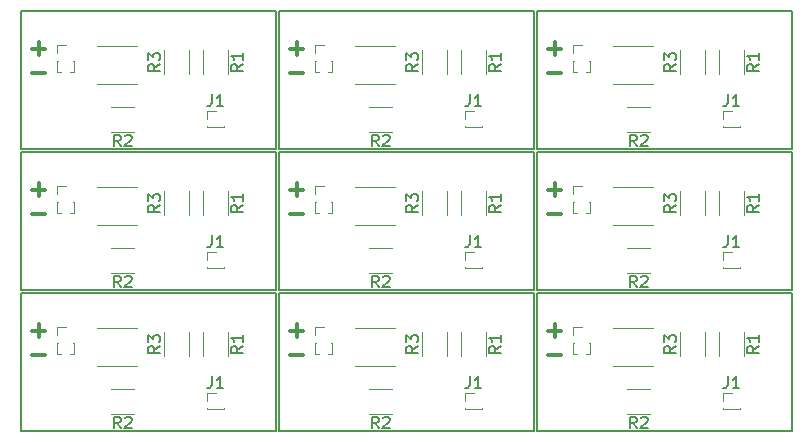
<source format=gbr>
G04 #@! TF.FileFunction,Legend,Top*
%FSLAX46Y46*%
G04 Gerber Fmt 4.6, Leading zero omitted, Abs format (unit mm)*
G04 Created by KiCad (PCBNEW 4.0.7) date 09/28/17 16:14:06*
%MOMM*%
%LPD*%
G01*
G04 APERTURE LIST*
%ADD10C,0.100000*%
%ADD11C,0.200000*%
%ADD12C,0.300000*%
%ADD13C,0.120000*%
%ADD14C,0.150000*%
G04 APERTURE END LIST*
D10*
D11*
X178562000Y-136906000D02*
X200152000Y-136906000D01*
X178562000Y-125222000D02*
X200152000Y-125222000D01*
X200152000Y-125222000D02*
X200152000Y-136906000D01*
X178562000Y-136906000D02*
X178562000Y-125222000D01*
D12*
X179514572Y-128377143D02*
X180657429Y-128377143D01*
X180086000Y-128948571D02*
X180086000Y-127805714D01*
X179514572Y-130409143D02*
X180657429Y-130409143D01*
X179514572Y-118471143D02*
X180657429Y-118471143D01*
X179514572Y-116439143D02*
X180657429Y-116439143D01*
X180086000Y-117010571D02*
X180086000Y-115867714D01*
D11*
X178562000Y-124968000D02*
X178562000Y-113284000D01*
X200152000Y-113284000D02*
X200152000Y-124968000D01*
X178562000Y-124968000D02*
X200152000Y-124968000D01*
X178562000Y-113284000D02*
X200152000Y-113284000D01*
X178562000Y-101346000D02*
X200152000Y-101346000D01*
X178562000Y-113030000D02*
X200152000Y-113030000D01*
X200152000Y-101346000D02*
X200152000Y-113030000D01*
X178562000Y-113030000D02*
X178562000Y-101346000D01*
D12*
X179514572Y-104501143D02*
X180657429Y-104501143D01*
X180086000Y-105072571D02*
X180086000Y-103929714D01*
X179514572Y-106533143D02*
X180657429Y-106533143D01*
X157670572Y-106533143D02*
X158813429Y-106533143D01*
X157670572Y-104501143D02*
X158813429Y-104501143D01*
X158242000Y-105072571D02*
X158242000Y-103929714D01*
D11*
X156718000Y-113030000D02*
X156718000Y-101346000D01*
X178308000Y-101346000D02*
X178308000Y-113030000D01*
X156718000Y-113030000D02*
X178308000Y-113030000D01*
X156718000Y-101346000D02*
X178308000Y-101346000D01*
X156718000Y-113284000D02*
X178308000Y-113284000D01*
X156718000Y-124968000D02*
X178308000Y-124968000D01*
X178308000Y-113284000D02*
X178308000Y-124968000D01*
X156718000Y-124968000D02*
X156718000Y-113284000D01*
D12*
X157670572Y-116439143D02*
X158813429Y-116439143D01*
X158242000Y-117010571D02*
X158242000Y-115867714D01*
X157670572Y-118471143D02*
X158813429Y-118471143D01*
X157670572Y-130409143D02*
X158813429Y-130409143D01*
X157670572Y-128377143D02*
X158813429Y-128377143D01*
X158242000Y-128948571D02*
X158242000Y-127805714D01*
D11*
X156718000Y-136906000D02*
X156718000Y-125222000D01*
X178308000Y-125222000D02*
X178308000Y-136906000D01*
X156718000Y-136906000D02*
X178308000Y-136906000D01*
X156718000Y-125222000D02*
X178308000Y-125222000D01*
X134874000Y-125222000D02*
X156464000Y-125222000D01*
X134874000Y-136906000D02*
X156464000Y-136906000D01*
X156464000Y-125222000D02*
X156464000Y-136906000D01*
X134874000Y-136906000D02*
X134874000Y-125222000D01*
D12*
X135826572Y-128377143D02*
X136969429Y-128377143D01*
X136398000Y-128948571D02*
X136398000Y-127805714D01*
X135826572Y-130409143D02*
X136969429Y-130409143D01*
X135826572Y-118471143D02*
X136969429Y-118471143D01*
X135826572Y-116439143D02*
X136969429Y-116439143D01*
X136398000Y-117010571D02*
X136398000Y-115867714D01*
D11*
X134874000Y-124968000D02*
X134874000Y-113284000D01*
X156464000Y-113284000D02*
X156464000Y-124968000D01*
X134874000Y-124968000D02*
X156464000Y-124968000D01*
X134874000Y-113284000D02*
X156464000Y-113284000D01*
X134874000Y-101346000D02*
X156464000Y-101346000D01*
X134874000Y-113030000D02*
X156464000Y-113030000D01*
X156464000Y-101346000D02*
X156464000Y-113030000D01*
X134874000Y-113030000D02*
X134874000Y-101346000D01*
D12*
X135826572Y-104501143D02*
X136969429Y-104501143D01*
X136398000Y-105072571D02*
X136398000Y-103929714D01*
X135826572Y-106533143D02*
X136969429Y-106533143D01*
D13*
X188398000Y-128194000D02*
X184998000Y-128194000D01*
X188398000Y-131394000D02*
X184998000Y-131394000D01*
X194002000Y-130540000D02*
X194002000Y-128540000D01*
X196142000Y-128540000D02*
X196142000Y-130540000D01*
X186198000Y-133296000D02*
X188198000Y-133296000D01*
X188198000Y-135436000D02*
X186198000Y-135436000D01*
X192840000Y-128540000D02*
X192840000Y-130540000D01*
X190700000Y-130540000D02*
X190700000Y-128540000D01*
X181677000Y-130338000D02*
X181977507Y-130338000D01*
X182766493Y-130338000D02*
X183067000Y-130338000D01*
X181677000Y-129463000D02*
X181677000Y-130338000D01*
X183067000Y-129463000D02*
X183067000Y-130338000D01*
X181677000Y-129463000D02*
X181763724Y-129463000D01*
X182980276Y-129463000D02*
X183067000Y-129463000D01*
X181677000Y-128778000D02*
X181677000Y-128093000D01*
X181677000Y-128093000D02*
X182372000Y-128093000D01*
X194377000Y-135051000D02*
X195767000Y-135051000D01*
X194377000Y-135051000D02*
X194377000Y-134926000D01*
X195767000Y-135051000D02*
X195767000Y-134926000D01*
X194377000Y-135051000D02*
X194463724Y-135051000D01*
X195680276Y-135051000D02*
X195767000Y-135051000D01*
X194377000Y-134366000D02*
X194377000Y-133681000D01*
X194377000Y-133681000D02*
X195072000Y-133681000D01*
X194377000Y-123113000D02*
X195767000Y-123113000D01*
X194377000Y-123113000D02*
X194377000Y-122988000D01*
X195767000Y-123113000D02*
X195767000Y-122988000D01*
X194377000Y-123113000D02*
X194463724Y-123113000D01*
X195680276Y-123113000D02*
X195767000Y-123113000D01*
X194377000Y-122428000D02*
X194377000Y-121743000D01*
X194377000Y-121743000D02*
X195072000Y-121743000D01*
X181677000Y-118400000D02*
X181977507Y-118400000D01*
X182766493Y-118400000D02*
X183067000Y-118400000D01*
X181677000Y-117525000D02*
X181677000Y-118400000D01*
X183067000Y-117525000D02*
X183067000Y-118400000D01*
X181677000Y-117525000D02*
X181763724Y-117525000D01*
X182980276Y-117525000D02*
X183067000Y-117525000D01*
X181677000Y-116840000D02*
X181677000Y-116155000D01*
X181677000Y-116155000D02*
X182372000Y-116155000D01*
X192840000Y-116602000D02*
X192840000Y-118602000D01*
X190700000Y-118602000D02*
X190700000Y-116602000D01*
X186198000Y-121358000D02*
X188198000Y-121358000D01*
X188198000Y-123498000D02*
X186198000Y-123498000D01*
X194002000Y-118602000D02*
X194002000Y-116602000D01*
X196142000Y-116602000D02*
X196142000Y-118602000D01*
X188398000Y-116256000D02*
X184998000Y-116256000D01*
X188398000Y-119456000D02*
X184998000Y-119456000D01*
X188398000Y-104318000D02*
X184998000Y-104318000D01*
X188398000Y-107518000D02*
X184998000Y-107518000D01*
X194002000Y-106664000D02*
X194002000Y-104664000D01*
X196142000Y-104664000D02*
X196142000Y-106664000D01*
X186198000Y-109420000D02*
X188198000Y-109420000D01*
X188198000Y-111560000D02*
X186198000Y-111560000D01*
X192840000Y-104664000D02*
X192840000Y-106664000D01*
X190700000Y-106664000D02*
X190700000Y-104664000D01*
X181677000Y-106462000D02*
X181977507Y-106462000D01*
X182766493Y-106462000D02*
X183067000Y-106462000D01*
X181677000Y-105587000D02*
X181677000Y-106462000D01*
X183067000Y-105587000D02*
X183067000Y-106462000D01*
X181677000Y-105587000D02*
X181763724Y-105587000D01*
X182980276Y-105587000D02*
X183067000Y-105587000D01*
X181677000Y-104902000D02*
X181677000Y-104217000D01*
X181677000Y-104217000D02*
X182372000Y-104217000D01*
X194377000Y-111175000D02*
X195767000Y-111175000D01*
X194377000Y-111175000D02*
X194377000Y-111050000D01*
X195767000Y-111175000D02*
X195767000Y-111050000D01*
X194377000Y-111175000D02*
X194463724Y-111175000D01*
X195680276Y-111175000D02*
X195767000Y-111175000D01*
X194377000Y-110490000D02*
X194377000Y-109805000D01*
X194377000Y-109805000D02*
X195072000Y-109805000D01*
X172533000Y-111175000D02*
X173923000Y-111175000D01*
X172533000Y-111175000D02*
X172533000Y-111050000D01*
X173923000Y-111175000D02*
X173923000Y-111050000D01*
X172533000Y-111175000D02*
X172619724Y-111175000D01*
X173836276Y-111175000D02*
X173923000Y-111175000D01*
X172533000Y-110490000D02*
X172533000Y-109805000D01*
X172533000Y-109805000D02*
X173228000Y-109805000D01*
X159833000Y-106462000D02*
X160133507Y-106462000D01*
X160922493Y-106462000D02*
X161223000Y-106462000D01*
X159833000Y-105587000D02*
X159833000Y-106462000D01*
X161223000Y-105587000D02*
X161223000Y-106462000D01*
X159833000Y-105587000D02*
X159919724Y-105587000D01*
X161136276Y-105587000D02*
X161223000Y-105587000D01*
X159833000Y-104902000D02*
X159833000Y-104217000D01*
X159833000Y-104217000D02*
X160528000Y-104217000D01*
X170996000Y-104664000D02*
X170996000Y-106664000D01*
X168856000Y-106664000D02*
X168856000Y-104664000D01*
X164354000Y-109420000D02*
X166354000Y-109420000D01*
X166354000Y-111560000D02*
X164354000Y-111560000D01*
X172158000Y-106664000D02*
X172158000Y-104664000D01*
X174298000Y-104664000D02*
X174298000Y-106664000D01*
X166554000Y-104318000D02*
X163154000Y-104318000D01*
X166554000Y-107518000D02*
X163154000Y-107518000D01*
X166554000Y-116256000D02*
X163154000Y-116256000D01*
X166554000Y-119456000D02*
X163154000Y-119456000D01*
X172158000Y-118602000D02*
X172158000Y-116602000D01*
X174298000Y-116602000D02*
X174298000Y-118602000D01*
X164354000Y-121358000D02*
X166354000Y-121358000D01*
X166354000Y-123498000D02*
X164354000Y-123498000D01*
X170996000Y-116602000D02*
X170996000Y-118602000D01*
X168856000Y-118602000D02*
X168856000Y-116602000D01*
X159833000Y-118400000D02*
X160133507Y-118400000D01*
X160922493Y-118400000D02*
X161223000Y-118400000D01*
X159833000Y-117525000D02*
X159833000Y-118400000D01*
X161223000Y-117525000D02*
X161223000Y-118400000D01*
X159833000Y-117525000D02*
X159919724Y-117525000D01*
X161136276Y-117525000D02*
X161223000Y-117525000D01*
X159833000Y-116840000D02*
X159833000Y-116155000D01*
X159833000Y-116155000D02*
X160528000Y-116155000D01*
X172533000Y-123113000D02*
X173923000Y-123113000D01*
X172533000Y-123113000D02*
X172533000Y-122988000D01*
X173923000Y-123113000D02*
X173923000Y-122988000D01*
X172533000Y-123113000D02*
X172619724Y-123113000D01*
X173836276Y-123113000D02*
X173923000Y-123113000D01*
X172533000Y-122428000D02*
X172533000Y-121743000D01*
X172533000Y-121743000D02*
X173228000Y-121743000D01*
X172533000Y-135051000D02*
X173923000Y-135051000D01*
X172533000Y-135051000D02*
X172533000Y-134926000D01*
X173923000Y-135051000D02*
X173923000Y-134926000D01*
X172533000Y-135051000D02*
X172619724Y-135051000D01*
X173836276Y-135051000D02*
X173923000Y-135051000D01*
X172533000Y-134366000D02*
X172533000Y-133681000D01*
X172533000Y-133681000D02*
X173228000Y-133681000D01*
X159833000Y-130338000D02*
X160133507Y-130338000D01*
X160922493Y-130338000D02*
X161223000Y-130338000D01*
X159833000Y-129463000D02*
X159833000Y-130338000D01*
X161223000Y-129463000D02*
X161223000Y-130338000D01*
X159833000Y-129463000D02*
X159919724Y-129463000D01*
X161136276Y-129463000D02*
X161223000Y-129463000D01*
X159833000Y-128778000D02*
X159833000Y-128093000D01*
X159833000Y-128093000D02*
X160528000Y-128093000D01*
X170996000Y-128540000D02*
X170996000Y-130540000D01*
X168856000Y-130540000D02*
X168856000Y-128540000D01*
X164354000Y-133296000D02*
X166354000Y-133296000D01*
X166354000Y-135436000D02*
X164354000Y-135436000D01*
X172158000Y-130540000D02*
X172158000Y-128540000D01*
X174298000Y-128540000D02*
X174298000Y-130540000D01*
X166554000Y-128194000D02*
X163154000Y-128194000D01*
X166554000Y-131394000D02*
X163154000Y-131394000D01*
X144710000Y-128194000D02*
X141310000Y-128194000D01*
X144710000Y-131394000D02*
X141310000Y-131394000D01*
X150314000Y-130540000D02*
X150314000Y-128540000D01*
X152454000Y-128540000D02*
X152454000Y-130540000D01*
X142510000Y-133296000D02*
X144510000Y-133296000D01*
X144510000Y-135436000D02*
X142510000Y-135436000D01*
X149152000Y-128540000D02*
X149152000Y-130540000D01*
X147012000Y-130540000D02*
X147012000Y-128540000D01*
X137989000Y-130338000D02*
X138289507Y-130338000D01*
X139078493Y-130338000D02*
X139379000Y-130338000D01*
X137989000Y-129463000D02*
X137989000Y-130338000D01*
X139379000Y-129463000D02*
X139379000Y-130338000D01*
X137989000Y-129463000D02*
X138075724Y-129463000D01*
X139292276Y-129463000D02*
X139379000Y-129463000D01*
X137989000Y-128778000D02*
X137989000Y-128093000D01*
X137989000Y-128093000D02*
X138684000Y-128093000D01*
X150689000Y-135051000D02*
X152079000Y-135051000D01*
X150689000Y-135051000D02*
X150689000Y-134926000D01*
X152079000Y-135051000D02*
X152079000Y-134926000D01*
X150689000Y-135051000D02*
X150775724Y-135051000D01*
X151992276Y-135051000D02*
X152079000Y-135051000D01*
X150689000Y-134366000D02*
X150689000Y-133681000D01*
X150689000Y-133681000D02*
X151384000Y-133681000D01*
X150689000Y-123113000D02*
X152079000Y-123113000D01*
X150689000Y-123113000D02*
X150689000Y-122988000D01*
X152079000Y-123113000D02*
X152079000Y-122988000D01*
X150689000Y-123113000D02*
X150775724Y-123113000D01*
X151992276Y-123113000D02*
X152079000Y-123113000D01*
X150689000Y-122428000D02*
X150689000Y-121743000D01*
X150689000Y-121743000D02*
X151384000Y-121743000D01*
X137989000Y-118400000D02*
X138289507Y-118400000D01*
X139078493Y-118400000D02*
X139379000Y-118400000D01*
X137989000Y-117525000D02*
X137989000Y-118400000D01*
X139379000Y-117525000D02*
X139379000Y-118400000D01*
X137989000Y-117525000D02*
X138075724Y-117525000D01*
X139292276Y-117525000D02*
X139379000Y-117525000D01*
X137989000Y-116840000D02*
X137989000Y-116155000D01*
X137989000Y-116155000D02*
X138684000Y-116155000D01*
X149152000Y-116602000D02*
X149152000Y-118602000D01*
X147012000Y-118602000D02*
X147012000Y-116602000D01*
X142510000Y-121358000D02*
X144510000Y-121358000D01*
X144510000Y-123498000D02*
X142510000Y-123498000D01*
X150314000Y-118602000D02*
X150314000Y-116602000D01*
X152454000Y-116602000D02*
X152454000Y-118602000D01*
X144710000Y-116256000D02*
X141310000Y-116256000D01*
X144710000Y-119456000D02*
X141310000Y-119456000D01*
X144710000Y-104318000D02*
X141310000Y-104318000D01*
X144710000Y-107518000D02*
X141310000Y-107518000D01*
X150314000Y-106664000D02*
X150314000Y-104664000D01*
X152454000Y-104664000D02*
X152454000Y-106664000D01*
X142510000Y-109420000D02*
X144510000Y-109420000D01*
X144510000Y-111560000D02*
X142510000Y-111560000D01*
X149152000Y-104664000D02*
X149152000Y-106664000D01*
X147012000Y-106664000D02*
X147012000Y-104664000D01*
X137989000Y-106462000D02*
X138289507Y-106462000D01*
X139078493Y-106462000D02*
X139379000Y-106462000D01*
X137989000Y-105587000D02*
X137989000Y-106462000D01*
X139379000Y-105587000D02*
X139379000Y-106462000D01*
X137989000Y-105587000D02*
X138075724Y-105587000D01*
X139292276Y-105587000D02*
X139379000Y-105587000D01*
X137989000Y-104902000D02*
X137989000Y-104217000D01*
X137989000Y-104217000D02*
X138684000Y-104217000D01*
X150689000Y-111175000D02*
X152079000Y-111175000D01*
X150689000Y-111175000D02*
X150689000Y-111050000D01*
X152079000Y-111175000D02*
X152079000Y-111050000D01*
X150689000Y-111175000D02*
X150775724Y-111175000D01*
X151992276Y-111175000D02*
X152079000Y-111175000D01*
X150689000Y-110490000D02*
X150689000Y-109805000D01*
X150689000Y-109805000D02*
X151384000Y-109805000D01*
D14*
X197374381Y-129706666D02*
X196898190Y-130040000D01*
X197374381Y-130278095D02*
X196374381Y-130278095D01*
X196374381Y-129897142D01*
X196422000Y-129801904D01*
X196469619Y-129754285D01*
X196564857Y-129706666D01*
X196707714Y-129706666D01*
X196802952Y-129754285D01*
X196850571Y-129801904D01*
X196898190Y-129897142D01*
X196898190Y-130278095D01*
X197374381Y-128754285D02*
X197374381Y-129325714D01*
X197374381Y-129040000D02*
X196374381Y-129040000D01*
X196517238Y-129135238D01*
X196612476Y-129230476D01*
X196660095Y-129325714D01*
X187031334Y-136668381D02*
X186698000Y-136192190D01*
X186459905Y-136668381D02*
X186459905Y-135668381D01*
X186840858Y-135668381D01*
X186936096Y-135716000D01*
X186983715Y-135763619D01*
X187031334Y-135858857D01*
X187031334Y-136001714D01*
X186983715Y-136096952D01*
X186936096Y-136144571D01*
X186840858Y-136192190D01*
X186459905Y-136192190D01*
X187412286Y-135763619D02*
X187459905Y-135716000D01*
X187555143Y-135668381D01*
X187793239Y-135668381D01*
X187888477Y-135716000D01*
X187936096Y-135763619D01*
X187983715Y-135858857D01*
X187983715Y-135954095D01*
X187936096Y-136096952D01*
X187364667Y-136668381D01*
X187983715Y-136668381D01*
X190372381Y-129706666D02*
X189896190Y-130040000D01*
X190372381Y-130278095D02*
X189372381Y-130278095D01*
X189372381Y-129897142D01*
X189420000Y-129801904D01*
X189467619Y-129754285D01*
X189562857Y-129706666D01*
X189705714Y-129706666D01*
X189800952Y-129754285D01*
X189848571Y-129801904D01*
X189896190Y-129897142D01*
X189896190Y-130278095D01*
X189372381Y-129373333D02*
X189372381Y-128754285D01*
X189753333Y-129087619D01*
X189753333Y-128944761D01*
X189800952Y-128849523D01*
X189848571Y-128801904D01*
X189943810Y-128754285D01*
X190181905Y-128754285D01*
X190277143Y-128801904D01*
X190324762Y-128849523D01*
X190372381Y-128944761D01*
X190372381Y-129230476D01*
X190324762Y-129325714D01*
X190277143Y-129373333D01*
X194738667Y-132258381D02*
X194738667Y-132972667D01*
X194691047Y-133115524D01*
X194595809Y-133210762D01*
X194452952Y-133258381D01*
X194357714Y-133258381D01*
X195738667Y-133258381D02*
X195167238Y-133258381D01*
X195452952Y-133258381D02*
X195452952Y-132258381D01*
X195357714Y-132401238D01*
X195262476Y-132496476D01*
X195167238Y-132544095D01*
X194738667Y-120320381D02*
X194738667Y-121034667D01*
X194691047Y-121177524D01*
X194595809Y-121272762D01*
X194452952Y-121320381D01*
X194357714Y-121320381D01*
X195738667Y-121320381D02*
X195167238Y-121320381D01*
X195452952Y-121320381D02*
X195452952Y-120320381D01*
X195357714Y-120463238D01*
X195262476Y-120558476D01*
X195167238Y-120606095D01*
X190372381Y-117768666D02*
X189896190Y-118102000D01*
X190372381Y-118340095D02*
X189372381Y-118340095D01*
X189372381Y-117959142D01*
X189420000Y-117863904D01*
X189467619Y-117816285D01*
X189562857Y-117768666D01*
X189705714Y-117768666D01*
X189800952Y-117816285D01*
X189848571Y-117863904D01*
X189896190Y-117959142D01*
X189896190Y-118340095D01*
X189372381Y-117435333D02*
X189372381Y-116816285D01*
X189753333Y-117149619D01*
X189753333Y-117006761D01*
X189800952Y-116911523D01*
X189848571Y-116863904D01*
X189943810Y-116816285D01*
X190181905Y-116816285D01*
X190277143Y-116863904D01*
X190324762Y-116911523D01*
X190372381Y-117006761D01*
X190372381Y-117292476D01*
X190324762Y-117387714D01*
X190277143Y-117435333D01*
X187031334Y-124730381D02*
X186698000Y-124254190D01*
X186459905Y-124730381D02*
X186459905Y-123730381D01*
X186840858Y-123730381D01*
X186936096Y-123778000D01*
X186983715Y-123825619D01*
X187031334Y-123920857D01*
X187031334Y-124063714D01*
X186983715Y-124158952D01*
X186936096Y-124206571D01*
X186840858Y-124254190D01*
X186459905Y-124254190D01*
X187412286Y-123825619D02*
X187459905Y-123778000D01*
X187555143Y-123730381D01*
X187793239Y-123730381D01*
X187888477Y-123778000D01*
X187936096Y-123825619D01*
X187983715Y-123920857D01*
X187983715Y-124016095D01*
X187936096Y-124158952D01*
X187364667Y-124730381D01*
X187983715Y-124730381D01*
X197374381Y-117768666D02*
X196898190Y-118102000D01*
X197374381Y-118340095D02*
X196374381Y-118340095D01*
X196374381Y-117959142D01*
X196422000Y-117863904D01*
X196469619Y-117816285D01*
X196564857Y-117768666D01*
X196707714Y-117768666D01*
X196802952Y-117816285D01*
X196850571Y-117863904D01*
X196898190Y-117959142D01*
X196898190Y-118340095D01*
X197374381Y-116816285D02*
X197374381Y-117387714D01*
X197374381Y-117102000D02*
X196374381Y-117102000D01*
X196517238Y-117197238D01*
X196612476Y-117292476D01*
X196660095Y-117387714D01*
X197374381Y-105830666D02*
X196898190Y-106164000D01*
X197374381Y-106402095D02*
X196374381Y-106402095D01*
X196374381Y-106021142D01*
X196422000Y-105925904D01*
X196469619Y-105878285D01*
X196564857Y-105830666D01*
X196707714Y-105830666D01*
X196802952Y-105878285D01*
X196850571Y-105925904D01*
X196898190Y-106021142D01*
X196898190Y-106402095D01*
X197374381Y-104878285D02*
X197374381Y-105449714D01*
X197374381Y-105164000D02*
X196374381Y-105164000D01*
X196517238Y-105259238D01*
X196612476Y-105354476D01*
X196660095Y-105449714D01*
X187031334Y-112792381D02*
X186698000Y-112316190D01*
X186459905Y-112792381D02*
X186459905Y-111792381D01*
X186840858Y-111792381D01*
X186936096Y-111840000D01*
X186983715Y-111887619D01*
X187031334Y-111982857D01*
X187031334Y-112125714D01*
X186983715Y-112220952D01*
X186936096Y-112268571D01*
X186840858Y-112316190D01*
X186459905Y-112316190D01*
X187412286Y-111887619D02*
X187459905Y-111840000D01*
X187555143Y-111792381D01*
X187793239Y-111792381D01*
X187888477Y-111840000D01*
X187936096Y-111887619D01*
X187983715Y-111982857D01*
X187983715Y-112078095D01*
X187936096Y-112220952D01*
X187364667Y-112792381D01*
X187983715Y-112792381D01*
X190372381Y-105830666D02*
X189896190Y-106164000D01*
X190372381Y-106402095D02*
X189372381Y-106402095D01*
X189372381Y-106021142D01*
X189420000Y-105925904D01*
X189467619Y-105878285D01*
X189562857Y-105830666D01*
X189705714Y-105830666D01*
X189800952Y-105878285D01*
X189848571Y-105925904D01*
X189896190Y-106021142D01*
X189896190Y-106402095D01*
X189372381Y-105497333D02*
X189372381Y-104878285D01*
X189753333Y-105211619D01*
X189753333Y-105068761D01*
X189800952Y-104973523D01*
X189848571Y-104925904D01*
X189943810Y-104878285D01*
X190181905Y-104878285D01*
X190277143Y-104925904D01*
X190324762Y-104973523D01*
X190372381Y-105068761D01*
X190372381Y-105354476D01*
X190324762Y-105449714D01*
X190277143Y-105497333D01*
X194738667Y-108382381D02*
X194738667Y-109096667D01*
X194691047Y-109239524D01*
X194595809Y-109334762D01*
X194452952Y-109382381D01*
X194357714Y-109382381D01*
X195738667Y-109382381D02*
X195167238Y-109382381D01*
X195452952Y-109382381D02*
X195452952Y-108382381D01*
X195357714Y-108525238D01*
X195262476Y-108620476D01*
X195167238Y-108668095D01*
X172894667Y-108382381D02*
X172894667Y-109096667D01*
X172847047Y-109239524D01*
X172751809Y-109334762D01*
X172608952Y-109382381D01*
X172513714Y-109382381D01*
X173894667Y-109382381D02*
X173323238Y-109382381D01*
X173608952Y-109382381D02*
X173608952Y-108382381D01*
X173513714Y-108525238D01*
X173418476Y-108620476D01*
X173323238Y-108668095D01*
X168528381Y-105830666D02*
X168052190Y-106164000D01*
X168528381Y-106402095D02*
X167528381Y-106402095D01*
X167528381Y-106021142D01*
X167576000Y-105925904D01*
X167623619Y-105878285D01*
X167718857Y-105830666D01*
X167861714Y-105830666D01*
X167956952Y-105878285D01*
X168004571Y-105925904D01*
X168052190Y-106021142D01*
X168052190Y-106402095D01*
X167528381Y-105497333D02*
X167528381Y-104878285D01*
X167909333Y-105211619D01*
X167909333Y-105068761D01*
X167956952Y-104973523D01*
X168004571Y-104925904D01*
X168099810Y-104878285D01*
X168337905Y-104878285D01*
X168433143Y-104925904D01*
X168480762Y-104973523D01*
X168528381Y-105068761D01*
X168528381Y-105354476D01*
X168480762Y-105449714D01*
X168433143Y-105497333D01*
X165187334Y-112792381D02*
X164854000Y-112316190D01*
X164615905Y-112792381D02*
X164615905Y-111792381D01*
X164996858Y-111792381D01*
X165092096Y-111840000D01*
X165139715Y-111887619D01*
X165187334Y-111982857D01*
X165187334Y-112125714D01*
X165139715Y-112220952D01*
X165092096Y-112268571D01*
X164996858Y-112316190D01*
X164615905Y-112316190D01*
X165568286Y-111887619D02*
X165615905Y-111840000D01*
X165711143Y-111792381D01*
X165949239Y-111792381D01*
X166044477Y-111840000D01*
X166092096Y-111887619D01*
X166139715Y-111982857D01*
X166139715Y-112078095D01*
X166092096Y-112220952D01*
X165520667Y-112792381D01*
X166139715Y-112792381D01*
X175530381Y-105830666D02*
X175054190Y-106164000D01*
X175530381Y-106402095D02*
X174530381Y-106402095D01*
X174530381Y-106021142D01*
X174578000Y-105925904D01*
X174625619Y-105878285D01*
X174720857Y-105830666D01*
X174863714Y-105830666D01*
X174958952Y-105878285D01*
X175006571Y-105925904D01*
X175054190Y-106021142D01*
X175054190Y-106402095D01*
X175530381Y-104878285D02*
X175530381Y-105449714D01*
X175530381Y-105164000D02*
X174530381Y-105164000D01*
X174673238Y-105259238D01*
X174768476Y-105354476D01*
X174816095Y-105449714D01*
X175530381Y-117768666D02*
X175054190Y-118102000D01*
X175530381Y-118340095D02*
X174530381Y-118340095D01*
X174530381Y-117959142D01*
X174578000Y-117863904D01*
X174625619Y-117816285D01*
X174720857Y-117768666D01*
X174863714Y-117768666D01*
X174958952Y-117816285D01*
X175006571Y-117863904D01*
X175054190Y-117959142D01*
X175054190Y-118340095D01*
X175530381Y-116816285D02*
X175530381Y-117387714D01*
X175530381Y-117102000D02*
X174530381Y-117102000D01*
X174673238Y-117197238D01*
X174768476Y-117292476D01*
X174816095Y-117387714D01*
X165187334Y-124730381D02*
X164854000Y-124254190D01*
X164615905Y-124730381D02*
X164615905Y-123730381D01*
X164996858Y-123730381D01*
X165092096Y-123778000D01*
X165139715Y-123825619D01*
X165187334Y-123920857D01*
X165187334Y-124063714D01*
X165139715Y-124158952D01*
X165092096Y-124206571D01*
X164996858Y-124254190D01*
X164615905Y-124254190D01*
X165568286Y-123825619D02*
X165615905Y-123778000D01*
X165711143Y-123730381D01*
X165949239Y-123730381D01*
X166044477Y-123778000D01*
X166092096Y-123825619D01*
X166139715Y-123920857D01*
X166139715Y-124016095D01*
X166092096Y-124158952D01*
X165520667Y-124730381D01*
X166139715Y-124730381D01*
X168528381Y-117768666D02*
X168052190Y-118102000D01*
X168528381Y-118340095D02*
X167528381Y-118340095D01*
X167528381Y-117959142D01*
X167576000Y-117863904D01*
X167623619Y-117816285D01*
X167718857Y-117768666D01*
X167861714Y-117768666D01*
X167956952Y-117816285D01*
X168004571Y-117863904D01*
X168052190Y-117959142D01*
X168052190Y-118340095D01*
X167528381Y-117435333D02*
X167528381Y-116816285D01*
X167909333Y-117149619D01*
X167909333Y-117006761D01*
X167956952Y-116911523D01*
X168004571Y-116863904D01*
X168099810Y-116816285D01*
X168337905Y-116816285D01*
X168433143Y-116863904D01*
X168480762Y-116911523D01*
X168528381Y-117006761D01*
X168528381Y-117292476D01*
X168480762Y-117387714D01*
X168433143Y-117435333D01*
X172894667Y-120320381D02*
X172894667Y-121034667D01*
X172847047Y-121177524D01*
X172751809Y-121272762D01*
X172608952Y-121320381D01*
X172513714Y-121320381D01*
X173894667Y-121320381D02*
X173323238Y-121320381D01*
X173608952Y-121320381D02*
X173608952Y-120320381D01*
X173513714Y-120463238D01*
X173418476Y-120558476D01*
X173323238Y-120606095D01*
X172894667Y-132258381D02*
X172894667Y-132972667D01*
X172847047Y-133115524D01*
X172751809Y-133210762D01*
X172608952Y-133258381D01*
X172513714Y-133258381D01*
X173894667Y-133258381D02*
X173323238Y-133258381D01*
X173608952Y-133258381D02*
X173608952Y-132258381D01*
X173513714Y-132401238D01*
X173418476Y-132496476D01*
X173323238Y-132544095D01*
X168528381Y-129706666D02*
X168052190Y-130040000D01*
X168528381Y-130278095D02*
X167528381Y-130278095D01*
X167528381Y-129897142D01*
X167576000Y-129801904D01*
X167623619Y-129754285D01*
X167718857Y-129706666D01*
X167861714Y-129706666D01*
X167956952Y-129754285D01*
X168004571Y-129801904D01*
X168052190Y-129897142D01*
X168052190Y-130278095D01*
X167528381Y-129373333D02*
X167528381Y-128754285D01*
X167909333Y-129087619D01*
X167909333Y-128944761D01*
X167956952Y-128849523D01*
X168004571Y-128801904D01*
X168099810Y-128754285D01*
X168337905Y-128754285D01*
X168433143Y-128801904D01*
X168480762Y-128849523D01*
X168528381Y-128944761D01*
X168528381Y-129230476D01*
X168480762Y-129325714D01*
X168433143Y-129373333D01*
X165187334Y-136668381D02*
X164854000Y-136192190D01*
X164615905Y-136668381D02*
X164615905Y-135668381D01*
X164996858Y-135668381D01*
X165092096Y-135716000D01*
X165139715Y-135763619D01*
X165187334Y-135858857D01*
X165187334Y-136001714D01*
X165139715Y-136096952D01*
X165092096Y-136144571D01*
X164996858Y-136192190D01*
X164615905Y-136192190D01*
X165568286Y-135763619D02*
X165615905Y-135716000D01*
X165711143Y-135668381D01*
X165949239Y-135668381D01*
X166044477Y-135716000D01*
X166092096Y-135763619D01*
X166139715Y-135858857D01*
X166139715Y-135954095D01*
X166092096Y-136096952D01*
X165520667Y-136668381D01*
X166139715Y-136668381D01*
X175530381Y-129706666D02*
X175054190Y-130040000D01*
X175530381Y-130278095D02*
X174530381Y-130278095D01*
X174530381Y-129897142D01*
X174578000Y-129801904D01*
X174625619Y-129754285D01*
X174720857Y-129706666D01*
X174863714Y-129706666D01*
X174958952Y-129754285D01*
X175006571Y-129801904D01*
X175054190Y-129897142D01*
X175054190Y-130278095D01*
X175530381Y-128754285D02*
X175530381Y-129325714D01*
X175530381Y-129040000D02*
X174530381Y-129040000D01*
X174673238Y-129135238D01*
X174768476Y-129230476D01*
X174816095Y-129325714D01*
X153686381Y-129706666D02*
X153210190Y-130040000D01*
X153686381Y-130278095D02*
X152686381Y-130278095D01*
X152686381Y-129897142D01*
X152734000Y-129801904D01*
X152781619Y-129754285D01*
X152876857Y-129706666D01*
X153019714Y-129706666D01*
X153114952Y-129754285D01*
X153162571Y-129801904D01*
X153210190Y-129897142D01*
X153210190Y-130278095D01*
X153686381Y-128754285D02*
X153686381Y-129325714D01*
X153686381Y-129040000D02*
X152686381Y-129040000D01*
X152829238Y-129135238D01*
X152924476Y-129230476D01*
X152972095Y-129325714D01*
X143343334Y-136668381D02*
X143010000Y-136192190D01*
X142771905Y-136668381D02*
X142771905Y-135668381D01*
X143152858Y-135668381D01*
X143248096Y-135716000D01*
X143295715Y-135763619D01*
X143343334Y-135858857D01*
X143343334Y-136001714D01*
X143295715Y-136096952D01*
X143248096Y-136144571D01*
X143152858Y-136192190D01*
X142771905Y-136192190D01*
X143724286Y-135763619D02*
X143771905Y-135716000D01*
X143867143Y-135668381D01*
X144105239Y-135668381D01*
X144200477Y-135716000D01*
X144248096Y-135763619D01*
X144295715Y-135858857D01*
X144295715Y-135954095D01*
X144248096Y-136096952D01*
X143676667Y-136668381D01*
X144295715Y-136668381D01*
X146684381Y-129706666D02*
X146208190Y-130040000D01*
X146684381Y-130278095D02*
X145684381Y-130278095D01*
X145684381Y-129897142D01*
X145732000Y-129801904D01*
X145779619Y-129754285D01*
X145874857Y-129706666D01*
X146017714Y-129706666D01*
X146112952Y-129754285D01*
X146160571Y-129801904D01*
X146208190Y-129897142D01*
X146208190Y-130278095D01*
X145684381Y-129373333D02*
X145684381Y-128754285D01*
X146065333Y-129087619D01*
X146065333Y-128944761D01*
X146112952Y-128849523D01*
X146160571Y-128801904D01*
X146255810Y-128754285D01*
X146493905Y-128754285D01*
X146589143Y-128801904D01*
X146636762Y-128849523D01*
X146684381Y-128944761D01*
X146684381Y-129230476D01*
X146636762Y-129325714D01*
X146589143Y-129373333D01*
X151050667Y-132258381D02*
X151050667Y-132972667D01*
X151003047Y-133115524D01*
X150907809Y-133210762D01*
X150764952Y-133258381D01*
X150669714Y-133258381D01*
X152050667Y-133258381D02*
X151479238Y-133258381D01*
X151764952Y-133258381D02*
X151764952Y-132258381D01*
X151669714Y-132401238D01*
X151574476Y-132496476D01*
X151479238Y-132544095D01*
X151050667Y-120320381D02*
X151050667Y-121034667D01*
X151003047Y-121177524D01*
X150907809Y-121272762D01*
X150764952Y-121320381D01*
X150669714Y-121320381D01*
X152050667Y-121320381D02*
X151479238Y-121320381D01*
X151764952Y-121320381D02*
X151764952Y-120320381D01*
X151669714Y-120463238D01*
X151574476Y-120558476D01*
X151479238Y-120606095D01*
X146684381Y-117768666D02*
X146208190Y-118102000D01*
X146684381Y-118340095D02*
X145684381Y-118340095D01*
X145684381Y-117959142D01*
X145732000Y-117863904D01*
X145779619Y-117816285D01*
X145874857Y-117768666D01*
X146017714Y-117768666D01*
X146112952Y-117816285D01*
X146160571Y-117863904D01*
X146208190Y-117959142D01*
X146208190Y-118340095D01*
X145684381Y-117435333D02*
X145684381Y-116816285D01*
X146065333Y-117149619D01*
X146065333Y-117006761D01*
X146112952Y-116911523D01*
X146160571Y-116863904D01*
X146255810Y-116816285D01*
X146493905Y-116816285D01*
X146589143Y-116863904D01*
X146636762Y-116911523D01*
X146684381Y-117006761D01*
X146684381Y-117292476D01*
X146636762Y-117387714D01*
X146589143Y-117435333D01*
X143343334Y-124730381D02*
X143010000Y-124254190D01*
X142771905Y-124730381D02*
X142771905Y-123730381D01*
X143152858Y-123730381D01*
X143248096Y-123778000D01*
X143295715Y-123825619D01*
X143343334Y-123920857D01*
X143343334Y-124063714D01*
X143295715Y-124158952D01*
X143248096Y-124206571D01*
X143152858Y-124254190D01*
X142771905Y-124254190D01*
X143724286Y-123825619D02*
X143771905Y-123778000D01*
X143867143Y-123730381D01*
X144105239Y-123730381D01*
X144200477Y-123778000D01*
X144248096Y-123825619D01*
X144295715Y-123920857D01*
X144295715Y-124016095D01*
X144248096Y-124158952D01*
X143676667Y-124730381D01*
X144295715Y-124730381D01*
X153686381Y-117768666D02*
X153210190Y-118102000D01*
X153686381Y-118340095D02*
X152686381Y-118340095D01*
X152686381Y-117959142D01*
X152734000Y-117863904D01*
X152781619Y-117816285D01*
X152876857Y-117768666D01*
X153019714Y-117768666D01*
X153114952Y-117816285D01*
X153162571Y-117863904D01*
X153210190Y-117959142D01*
X153210190Y-118340095D01*
X153686381Y-116816285D02*
X153686381Y-117387714D01*
X153686381Y-117102000D02*
X152686381Y-117102000D01*
X152829238Y-117197238D01*
X152924476Y-117292476D01*
X152972095Y-117387714D01*
X153686381Y-105830666D02*
X153210190Y-106164000D01*
X153686381Y-106402095D02*
X152686381Y-106402095D01*
X152686381Y-106021142D01*
X152734000Y-105925904D01*
X152781619Y-105878285D01*
X152876857Y-105830666D01*
X153019714Y-105830666D01*
X153114952Y-105878285D01*
X153162571Y-105925904D01*
X153210190Y-106021142D01*
X153210190Y-106402095D01*
X153686381Y-104878285D02*
X153686381Y-105449714D01*
X153686381Y-105164000D02*
X152686381Y-105164000D01*
X152829238Y-105259238D01*
X152924476Y-105354476D01*
X152972095Y-105449714D01*
X143343334Y-112792381D02*
X143010000Y-112316190D01*
X142771905Y-112792381D02*
X142771905Y-111792381D01*
X143152858Y-111792381D01*
X143248096Y-111840000D01*
X143295715Y-111887619D01*
X143343334Y-111982857D01*
X143343334Y-112125714D01*
X143295715Y-112220952D01*
X143248096Y-112268571D01*
X143152858Y-112316190D01*
X142771905Y-112316190D01*
X143724286Y-111887619D02*
X143771905Y-111840000D01*
X143867143Y-111792381D01*
X144105239Y-111792381D01*
X144200477Y-111840000D01*
X144248096Y-111887619D01*
X144295715Y-111982857D01*
X144295715Y-112078095D01*
X144248096Y-112220952D01*
X143676667Y-112792381D01*
X144295715Y-112792381D01*
X146684381Y-105830666D02*
X146208190Y-106164000D01*
X146684381Y-106402095D02*
X145684381Y-106402095D01*
X145684381Y-106021142D01*
X145732000Y-105925904D01*
X145779619Y-105878285D01*
X145874857Y-105830666D01*
X146017714Y-105830666D01*
X146112952Y-105878285D01*
X146160571Y-105925904D01*
X146208190Y-106021142D01*
X146208190Y-106402095D01*
X145684381Y-105497333D02*
X145684381Y-104878285D01*
X146065333Y-105211619D01*
X146065333Y-105068761D01*
X146112952Y-104973523D01*
X146160571Y-104925904D01*
X146255810Y-104878285D01*
X146493905Y-104878285D01*
X146589143Y-104925904D01*
X146636762Y-104973523D01*
X146684381Y-105068761D01*
X146684381Y-105354476D01*
X146636762Y-105449714D01*
X146589143Y-105497333D01*
X151050667Y-108382381D02*
X151050667Y-109096667D01*
X151003047Y-109239524D01*
X150907809Y-109334762D01*
X150764952Y-109382381D01*
X150669714Y-109382381D01*
X152050667Y-109382381D02*
X151479238Y-109382381D01*
X151764952Y-109382381D02*
X151764952Y-108382381D01*
X151669714Y-108525238D01*
X151574476Y-108620476D01*
X151479238Y-108668095D01*
M02*

</source>
